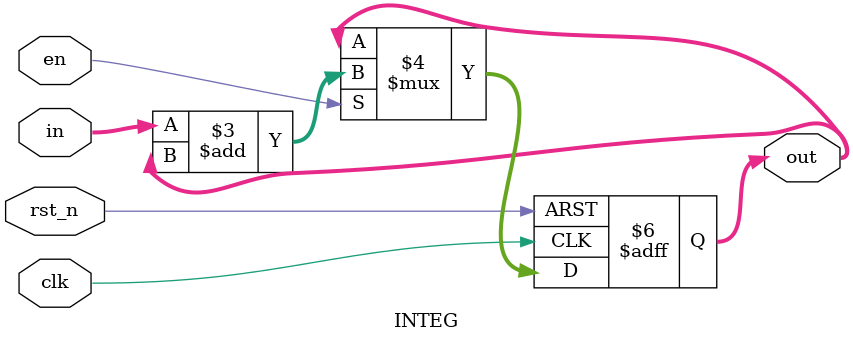
<source format=v>

module INTEG #(parameter DATA_WIDTH_IN = 16, DATA_WIDTH_OUT = 16) (
    input wire clk,
    input wire rst_n,
    input wire en,
    input wire signed [DATA_WIDTH_IN-1:0] in,
    output reg signed [DATA_WIDTH_OUT-1:0] out
);

    always @(posedge clk or negedge rst_n) begin
        if (!rst_n) begin
            out <= 'd0;
        end else if (en) begin
            out <= in + out; // Simple averaging integrator
        end
    end
endmodule
</source>
